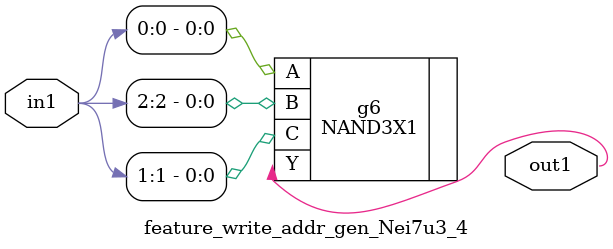
<source format=v>
`timescale 1ps / 1ps


module feature_write_addr_gen_Nei7u3_4(in1, out1);
  input [2:0] in1;
  output out1;
  wire [2:0] in1;
  wire out1;
  NAND3X1 g6(.A (in1[0]), .B (in1[2]), .C (in1[1]), .Y (out1));
endmodule


</source>
